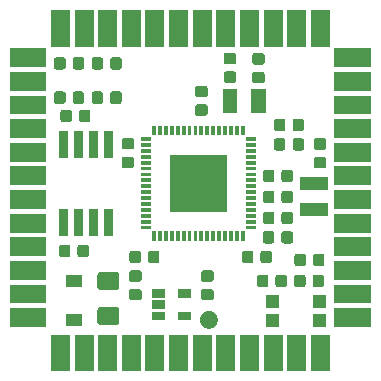
<source format=gbr>
G04 #@! TF.GenerationSoftware,KiCad,Pcbnew,(5.1.4-0-10_14)*
G04 #@! TF.CreationDate,2019-11-16T13:32:52-06:00*
G04 #@! TF.ProjectId,CircuitBrains Deluxe v1_0,43697263-7569-4744-9272-61696e732044,rev?*
G04 #@! TF.SameCoordinates,Original*
G04 #@! TF.FileFunction,Soldermask,Top*
G04 #@! TF.FilePolarity,Negative*
%FSLAX46Y46*%
G04 Gerber Fmt 4.6, Leading zero omitted, Abs format (unit mm)*
G04 Created by KiCad (PCBNEW (5.1.4-0-10_14)) date 2019-11-16 13:32:52*
%MOMM*%
%LPD*%
G04 APERTURE LIST*
%ADD10C,0.100000*%
G04 APERTURE END LIST*
D10*
G36*
X111450800Y-116250800D02*
G01*
X109849200Y-116250800D01*
X109849200Y-113149200D01*
X111450800Y-113149200D01*
X111450800Y-116250800D01*
X111450800Y-116250800D01*
G37*
G36*
X109450800Y-116250800D02*
G01*
X107849200Y-116250800D01*
X107849200Y-113149200D01*
X109450800Y-113149200D01*
X109450800Y-116250800D01*
X109450800Y-116250800D01*
G37*
G36*
X107450800Y-116250800D02*
G01*
X105849200Y-116250800D01*
X105849200Y-113149200D01*
X107450800Y-113149200D01*
X107450800Y-116250800D01*
X107450800Y-116250800D01*
G37*
G36*
X105450800Y-116250800D02*
G01*
X103849200Y-116250800D01*
X103849200Y-113149200D01*
X105450800Y-113149200D01*
X105450800Y-116250800D01*
X105450800Y-116250800D01*
G37*
G36*
X103450800Y-116250800D02*
G01*
X101849200Y-116250800D01*
X101849200Y-113149200D01*
X103450800Y-113149200D01*
X103450800Y-116250800D01*
X103450800Y-116250800D01*
G37*
G36*
X101450800Y-116250800D02*
G01*
X99849200Y-116250800D01*
X99849200Y-113149200D01*
X101450800Y-113149200D01*
X101450800Y-116250800D01*
X101450800Y-116250800D01*
G37*
G36*
X99450800Y-116250800D02*
G01*
X97849200Y-116250800D01*
X97849200Y-113149200D01*
X99450800Y-113149200D01*
X99450800Y-116250800D01*
X99450800Y-116250800D01*
G37*
G36*
X97450800Y-116250800D02*
G01*
X95849200Y-116250800D01*
X95849200Y-113149200D01*
X97450800Y-113149200D01*
X97450800Y-116250800D01*
X97450800Y-116250800D01*
G37*
G36*
X95450800Y-116250800D02*
G01*
X93849200Y-116250800D01*
X93849200Y-113149200D01*
X95450800Y-113149200D01*
X95450800Y-116250800D01*
X95450800Y-116250800D01*
G37*
G36*
X93450800Y-116250800D02*
G01*
X91849200Y-116250800D01*
X91849200Y-113149200D01*
X93450800Y-113149200D01*
X93450800Y-116250800D01*
X93450800Y-116250800D01*
G37*
G36*
X91450800Y-116250800D02*
G01*
X89849200Y-116250800D01*
X89849200Y-113149200D01*
X91450800Y-113149200D01*
X91450800Y-116250800D01*
X91450800Y-116250800D01*
G37*
G36*
X89450800Y-116250800D02*
G01*
X87849200Y-116250800D01*
X87849200Y-113149200D01*
X89450800Y-113149200D01*
X89450800Y-116250800D01*
X89450800Y-116250800D01*
G37*
G36*
X101437767Y-111165822D02*
G01*
X101574258Y-111222359D01*
X101697097Y-111304437D01*
X101801563Y-111408903D01*
X101883641Y-111531742D01*
X101940178Y-111668233D01*
X101969000Y-111813131D01*
X101969000Y-111960869D01*
X101940178Y-112105767D01*
X101883641Y-112242258D01*
X101801563Y-112365097D01*
X101697097Y-112469563D01*
X101574258Y-112551641D01*
X101437767Y-112608178D01*
X101292869Y-112637000D01*
X101145131Y-112637000D01*
X101000233Y-112608178D01*
X100863742Y-112551641D01*
X100740903Y-112469563D01*
X100636437Y-112365097D01*
X100554359Y-112242258D01*
X100497822Y-112105767D01*
X100469000Y-111960869D01*
X100469000Y-111813131D01*
X100497822Y-111668233D01*
X100554359Y-111531742D01*
X100636437Y-111408903D01*
X100740903Y-111304437D01*
X100863742Y-111222359D01*
X101000233Y-111165822D01*
X101145131Y-111137000D01*
X101292869Y-111137000D01*
X101437767Y-111165822D01*
X101437767Y-111165822D01*
G37*
G36*
X114950800Y-112500800D02*
G01*
X111849200Y-112500800D01*
X111849200Y-110899200D01*
X114950800Y-110899200D01*
X114950800Y-112500800D01*
X114950800Y-112500800D01*
G37*
G36*
X87450800Y-112500800D02*
G01*
X84349200Y-112500800D01*
X84349200Y-110899200D01*
X87450800Y-110899200D01*
X87450800Y-112500800D01*
X87450800Y-112500800D01*
G37*
G36*
X107135800Y-112475800D02*
G01*
X106034200Y-112475800D01*
X106034200Y-111374200D01*
X107135800Y-111374200D01*
X107135800Y-112475800D01*
X107135800Y-112475800D01*
G37*
G36*
X111135800Y-112475800D02*
G01*
X110034200Y-112475800D01*
X110034200Y-111374200D01*
X111135800Y-111374200D01*
X111135800Y-112475800D01*
X111135800Y-112475800D01*
G37*
G36*
X90440800Y-112385800D02*
G01*
X89139200Y-112385800D01*
X89139200Y-111384200D01*
X90440800Y-111384200D01*
X90440800Y-112385800D01*
X90440800Y-112385800D01*
G37*
G36*
X93446561Y-110800956D02*
G01*
X93490612Y-110814319D01*
X93531204Y-110836016D01*
X93566784Y-110865216D01*
X93595984Y-110900796D01*
X93617681Y-110941388D01*
X93631044Y-110985439D01*
X93635800Y-111033728D01*
X93635800Y-112085272D01*
X93631044Y-112133561D01*
X93617681Y-112177612D01*
X93595984Y-112218204D01*
X93566784Y-112253784D01*
X93531204Y-112282984D01*
X93490612Y-112304681D01*
X93446561Y-112318044D01*
X93398272Y-112322800D01*
X92021728Y-112322800D01*
X91973439Y-112318044D01*
X91929388Y-112304681D01*
X91888796Y-112282984D01*
X91853216Y-112253784D01*
X91824016Y-112218204D01*
X91802319Y-112177612D01*
X91788956Y-112133561D01*
X91784200Y-112085272D01*
X91784200Y-111033728D01*
X91788956Y-110985439D01*
X91802319Y-110941388D01*
X91824016Y-110900796D01*
X91853216Y-110865216D01*
X91888796Y-110836016D01*
X91929388Y-110814319D01*
X91973439Y-110800956D01*
X92021728Y-110796200D01*
X93398272Y-110796200D01*
X93446561Y-110800956D01*
X93446561Y-110800956D01*
G37*
G36*
X97524800Y-111942800D02*
G01*
X96363200Y-111942800D01*
X96363200Y-111191200D01*
X97524800Y-111191200D01*
X97524800Y-111942800D01*
X97524800Y-111942800D01*
G37*
G36*
X99724800Y-111942800D02*
G01*
X98563200Y-111942800D01*
X98563200Y-111191200D01*
X99724800Y-111191200D01*
X99724800Y-111942800D01*
X99724800Y-111942800D01*
G37*
G36*
X97524800Y-110992800D02*
G01*
X96363200Y-110992800D01*
X96363200Y-110241200D01*
X97524800Y-110241200D01*
X97524800Y-110992800D01*
X97524800Y-110992800D01*
G37*
G36*
X111135800Y-110875800D02*
G01*
X110034200Y-110875800D01*
X110034200Y-109774200D01*
X111135800Y-109774200D01*
X111135800Y-110875800D01*
X111135800Y-110875800D01*
G37*
G36*
X107135800Y-110875800D02*
G01*
X106034200Y-110875800D01*
X106034200Y-109774200D01*
X107135800Y-109774200D01*
X107135800Y-110875800D01*
X107135800Y-110875800D01*
G37*
G36*
X87450800Y-110500800D02*
G01*
X84349200Y-110500800D01*
X84349200Y-108899200D01*
X87450800Y-108899200D01*
X87450800Y-110500800D01*
X87450800Y-110500800D01*
G37*
G36*
X114950800Y-110500800D02*
G01*
X111849200Y-110500800D01*
X111849200Y-108899200D01*
X114950800Y-108899200D01*
X114950800Y-110500800D01*
X114950800Y-110500800D01*
G37*
G36*
X101441561Y-109269646D02*
G01*
X101482574Y-109282088D01*
X101520380Y-109302295D01*
X101553513Y-109329487D01*
X101580705Y-109362620D01*
X101600912Y-109400426D01*
X101613354Y-109441439D01*
X101617800Y-109486582D01*
X101617800Y-110020418D01*
X101613354Y-110065561D01*
X101600912Y-110106574D01*
X101580705Y-110144380D01*
X101553513Y-110177513D01*
X101520380Y-110204705D01*
X101482574Y-110224912D01*
X101441561Y-110237354D01*
X101396418Y-110241800D01*
X100787582Y-110241800D01*
X100742439Y-110237354D01*
X100701426Y-110224912D01*
X100663620Y-110204705D01*
X100630487Y-110177513D01*
X100603295Y-110144380D01*
X100583088Y-110106574D01*
X100570646Y-110065561D01*
X100566200Y-110020418D01*
X100566200Y-109486582D01*
X100570646Y-109441439D01*
X100583088Y-109400426D01*
X100603295Y-109362620D01*
X100630487Y-109329487D01*
X100663620Y-109302295D01*
X100701426Y-109282088D01*
X100742439Y-109269646D01*
X100787582Y-109265200D01*
X101396418Y-109265200D01*
X101441561Y-109269646D01*
X101441561Y-109269646D01*
G37*
G36*
X95345561Y-109269646D02*
G01*
X95386574Y-109282088D01*
X95424380Y-109302295D01*
X95457513Y-109329487D01*
X95484705Y-109362620D01*
X95504912Y-109400426D01*
X95517354Y-109441439D01*
X95521800Y-109486582D01*
X95521800Y-110020418D01*
X95517354Y-110065561D01*
X95504912Y-110106574D01*
X95484705Y-110144380D01*
X95457513Y-110177513D01*
X95424380Y-110204705D01*
X95386574Y-110224912D01*
X95345561Y-110237354D01*
X95300418Y-110241800D01*
X94691582Y-110241800D01*
X94646439Y-110237354D01*
X94605426Y-110224912D01*
X94567620Y-110204705D01*
X94534487Y-110177513D01*
X94507295Y-110144380D01*
X94487088Y-110106574D01*
X94474646Y-110065561D01*
X94470200Y-110020418D01*
X94470200Y-109486582D01*
X94474646Y-109441439D01*
X94487088Y-109400426D01*
X94507295Y-109362620D01*
X94534487Y-109329487D01*
X94567620Y-109302295D01*
X94605426Y-109282088D01*
X94646439Y-109269646D01*
X94691582Y-109265200D01*
X95300418Y-109265200D01*
X95345561Y-109269646D01*
X95345561Y-109269646D01*
G37*
G36*
X99724800Y-110042800D02*
G01*
X98563200Y-110042800D01*
X98563200Y-109291200D01*
X99724800Y-109291200D01*
X99724800Y-110042800D01*
X99724800Y-110042800D01*
G37*
G36*
X97524800Y-110042800D02*
G01*
X96363200Y-110042800D01*
X96363200Y-109291200D01*
X97524800Y-109291200D01*
X97524800Y-110042800D01*
X97524800Y-110042800D01*
G37*
G36*
X93446561Y-107825956D02*
G01*
X93490612Y-107839319D01*
X93531204Y-107861016D01*
X93566784Y-107890216D01*
X93595984Y-107925796D01*
X93617681Y-107966388D01*
X93631044Y-108010439D01*
X93635800Y-108058728D01*
X93635800Y-109110272D01*
X93631044Y-109158561D01*
X93617681Y-109202612D01*
X93595984Y-109243204D01*
X93566784Y-109278784D01*
X93531204Y-109307984D01*
X93490612Y-109329681D01*
X93446561Y-109343044D01*
X93398272Y-109347800D01*
X92021728Y-109347800D01*
X91973439Y-109343044D01*
X91929388Y-109329681D01*
X91888796Y-109307984D01*
X91853216Y-109278784D01*
X91824016Y-109243204D01*
X91802319Y-109202612D01*
X91788956Y-109158561D01*
X91784200Y-109110272D01*
X91784200Y-108058728D01*
X91788956Y-108010439D01*
X91802319Y-107966388D01*
X91824016Y-107925796D01*
X91853216Y-107890216D01*
X91888796Y-107861016D01*
X91929388Y-107839319D01*
X91973439Y-107825956D01*
X92021728Y-107821200D01*
X93398272Y-107821200D01*
X93446561Y-107825956D01*
X93446561Y-107825956D01*
G37*
G36*
X110801561Y-108063646D02*
G01*
X110842574Y-108076088D01*
X110880380Y-108096295D01*
X110913513Y-108123487D01*
X110940705Y-108156620D01*
X110960912Y-108194426D01*
X110973354Y-108235439D01*
X110977800Y-108280582D01*
X110977800Y-108889418D01*
X110973354Y-108934561D01*
X110960912Y-108975574D01*
X110940705Y-109013380D01*
X110913513Y-109046513D01*
X110880380Y-109073705D01*
X110842574Y-109093912D01*
X110801561Y-109106354D01*
X110756418Y-109110800D01*
X110222582Y-109110800D01*
X110177439Y-109106354D01*
X110136426Y-109093912D01*
X110098620Y-109073705D01*
X110065487Y-109046513D01*
X110038295Y-109013380D01*
X110018088Y-108975574D01*
X110005646Y-108934561D01*
X110001200Y-108889418D01*
X110001200Y-108280582D01*
X110005646Y-108235439D01*
X110018088Y-108194426D01*
X110038295Y-108156620D01*
X110065487Y-108123487D01*
X110098620Y-108096295D01*
X110136426Y-108076088D01*
X110177439Y-108063646D01*
X110222582Y-108059200D01*
X110756418Y-108059200D01*
X110801561Y-108063646D01*
X110801561Y-108063646D01*
G37*
G36*
X109226561Y-108063646D02*
G01*
X109267574Y-108076088D01*
X109305380Y-108096295D01*
X109338513Y-108123487D01*
X109365705Y-108156620D01*
X109385912Y-108194426D01*
X109398354Y-108235439D01*
X109402800Y-108280582D01*
X109402800Y-108889418D01*
X109398354Y-108934561D01*
X109385912Y-108975574D01*
X109365705Y-109013380D01*
X109338513Y-109046513D01*
X109305380Y-109073705D01*
X109267574Y-109093912D01*
X109226561Y-109106354D01*
X109181418Y-109110800D01*
X108647582Y-109110800D01*
X108602439Y-109106354D01*
X108561426Y-109093912D01*
X108523620Y-109073705D01*
X108490487Y-109046513D01*
X108463295Y-109013380D01*
X108443088Y-108975574D01*
X108430646Y-108934561D01*
X108426200Y-108889418D01*
X108426200Y-108280582D01*
X108430646Y-108235439D01*
X108443088Y-108194426D01*
X108463295Y-108156620D01*
X108490487Y-108123487D01*
X108523620Y-108096295D01*
X108561426Y-108076088D01*
X108602439Y-108063646D01*
X108647582Y-108059200D01*
X109181418Y-108059200D01*
X109226561Y-108063646D01*
X109226561Y-108063646D01*
G37*
G36*
X107652561Y-108063646D02*
G01*
X107693574Y-108076088D01*
X107731380Y-108096295D01*
X107764513Y-108123487D01*
X107791705Y-108156620D01*
X107811912Y-108194426D01*
X107824354Y-108235439D01*
X107828800Y-108280582D01*
X107828800Y-108889418D01*
X107824354Y-108934561D01*
X107811912Y-108975574D01*
X107791705Y-109013380D01*
X107764513Y-109046513D01*
X107731380Y-109073705D01*
X107693574Y-109093912D01*
X107652561Y-109106354D01*
X107607418Y-109110800D01*
X107073582Y-109110800D01*
X107028439Y-109106354D01*
X106987426Y-109093912D01*
X106949620Y-109073705D01*
X106916487Y-109046513D01*
X106889295Y-109013380D01*
X106869088Y-108975574D01*
X106856646Y-108934561D01*
X106852200Y-108889418D01*
X106852200Y-108280582D01*
X106856646Y-108235439D01*
X106869088Y-108194426D01*
X106889295Y-108156620D01*
X106916487Y-108123487D01*
X106949620Y-108096295D01*
X106987426Y-108076088D01*
X107028439Y-108063646D01*
X107073582Y-108059200D01*
X107607418Y-108059200D01*
X107652561Y-108063646D01*
X107652561Y-108063646D01*
G37*
G36*
X106077561Y-108063646D02*
G01*
X106118574Y-108076088D01*
X106156380Y-108096295D01*
X106189513Y-108123487D01*
X106216705Y-108156620D01*
X106236912Y-108194426D01*
X106249354Y-108235439D01*
X106253800Y-108280582D01*
X106253800Y-108889418D01*
X106249354Y-108934561D01*
X106236912Y-108975574D01*
X106216705Y-109013380D01*
X106189513Y-109046513D01*
X106156380Y-109073705D01*
X106118574Y-109093912D01*
X106077561Y-109106354D01*
X106032418Y-109110800D01*
X105498582Y-109110800D01*
X105453439Y-109106354D01*
X105412426Y-109093912D01*
X105374620Y-109073705D01*
X105341487Y-109046513D01*
X105314295Y-109013380D01*
X105294088Y-108975574D01*
X105281646Y-108934561D01*
X105277200Y-108889418D01*
X105277200Y-108280582D01*
X105281646Y-108235439D01*
X105294088Y-108194426D01*
X105314295Y-108156620D01*
X105341487Y-108123487D01*
X105374620Y-108096295D01*
X105412426Y-108076088D01*
X105453439Y-108063646D01*
X105498582Y-108059200D01*
X106032418Y-108059200D01*
X106077561Y-108063646D01*
X106077561Y-108063646D01*
G37*
G36*
X90440800Y-109085800D02*
G01*
X89139200Y-109085800D01*
X89139200Y-108084200D01*
X90440800Y-108084200D01*
X90440800Y-109085800D01*
X90440800Y-109085800D01*
G37*
G36*
X95345561Y-107694646D02*
G01*
X95386574Y-107707088D01*
X95424380Y-107727295D01*
X95457513Y-107754487D01*
X95484705Y-107787620D01*
X95504912Y-107825426D01*
X95517354Y-107866439D01*
X95521800Y-107911582D01*
X95521800Y-108445418D01*
X95517354Y-108490561D01*
X95504912Y-108531574D01*
X95484705Y-108569380D01*
X95457513Y-108602513D01*
X95424380Y-108629705D01*
X95386574Y-108649912D01*
X95345561Y-108662354D01*
X95300418Y-108666800D01*
X94691582Y-108666800D01*
X94646439Y-108662354D01*
X94605426Y-108649912D01*
X94567620Y-108629705D01*
X94534487Y-108602513D01*
X94507295Y-108569380D01*
X94487088Y-108531574D01*
X94474646Y-108490561D01*
X94470200Y-108445418D01*
X94470200Y-107911582D01*
X94474646Y-107866439D01*
X94487088Y-107825426D01*
X94507295Y-107787620D01*
X94534487Y-107754487D01*
X94567620Y-107727295D01*
X94605426Y-107707088D01*
X94646439Y-107694646D01*
X94691582Y-107690200D01*
X95300418Y-107690200D01*
X95345561Y-107694646D01*
X95345561Y-107694646D01*
G37*
G36*
X101441561Y-107694646D02*
G01*
X101482574Y-107707088D01*
X101520380Y-107727295D01*
X101553513Y-107754487D01*
X101580705Y-107787620D01*
X101600912Y-107825426D01*
X101613354Y-107866439D01*
X101617800Y-107911582D01*
X101617800Y-108445418D01*
X101613354Y-108490561D01*
X101600912Y-108531574D01*
X101580705Y-108569380D01*
X101553513Y-108602513D01*
X101520380Y-108629705D01*
X101482574Y-108649912D01*
X101441561Y-108662354D01*
X101396418Y-108666800D01*
X100787582Y-108666800D01*
X100742439Y-108662354D01*
X100701426Y-108649912D01*
X100663620Y-108629705D01*
X100630487Y-108602513D01*
X100603295Y-108569380D01*
X100583088Y-108531574D01*
X100570646Y-108490561D01*
X100566200Y-108445418D01*
X100566200Y-107911582D01*
X100570646Y-107866439D01*
X100583088Y-107825426D01*
X100603295Y-107787620D01*
X100630487Y-107754487D01*
X100663620Y-107727295D01*
X100701426Y-107707088D01*
X100742439Y-107694646D01*
X100787582Y-107690200D01*
X101396418Y-107690200D01*
X101441561Y-107694646D01*
X101441561Y-107694646D01*
G37*
G36*
X114950800Y-108500800D02*
G01*
X111849200Y-108500800D01*
X111849200Y-106899200D01*
X114950800Y-106899200D01*
X114950800Y-108500800D01*
X114950800Y-108500800D01*
G37*
G36*
X87450800Y-108500800D02*
G01*
X84349200Y-108500800D01*
X84349200Y-106899200D01*
X87450800Y-106899200D01*
X87450800Y-108500800D01*
X87450800Y-108500800D01*
G37*
G36*
X110827561Y-106285646D02*
G01*
X110868574Y-106298088D01*
X110906380Y-106318295D01*
X110939513Y-106345487D01*
X110966705Y-106378620D01*
X110986912Y-106416426D01*
X110999354Y-106457439D01*
X111003800Y-106502582D01*
X111003800Y-107111418D01*
X110999354Y-107156561D01*
X110986912Y-107197574D01*
X110966705Y-107235380D01*
X110939513Y-107268513D01*
X110906380Y-107295705D01*
X110868574Y-107315912D01*
X110827561Y-107328354D01*
X110782418Y-107332800D01*
X110248582Y-107332800D01*
X110203439Y-107328354D01*
X110162426Y-107315912D01*
X110124620Y-107295705D01*
X110091487Y-107268513D01*
X110064295Y-107235380D01*
X110044088Y-107197574D01*
X110031646Y-107156561D01*
X110027200Y-107111418D01*
X110027200Y-106502582D01*
X110031646Y-106457439D01*
X110044088Y-106416426D01*
X110064295Y-106378620D01*
X110091487Y-106345487D01*
X110124620Y-106318295D01*
X110162426Y-106298088D01*
X110203439Y-106285646D01*
X110248582Y-106281200D01*
X110782418Y-106281200D01*
X110827561Y-106285646D01*
X110827561Y-106285646D01*
G37*
G36*
X109252561Y-106285646D02*
G01*
X109293574Y-106298088D01*
X109331380Y-106318295D01*
X109364513Y-106345487D01*
X109391705Y-106378620D01*
X109411912Y-106416426D01*
X109424354Y-106457439D01*
X109428800Y-106502582D01*
X109428800Y-107111418D01*
X109424354Y-107156561D01*
X109411912Y-107197574D01*
X109391705Y-107235380D01*
X109364513Y-107268513D01*
X109331380Y-107295705D01*
X109293574Y-107315912D01*
X109252561Y-107328354D01*
X109207418Y-107332800D01*
X108673582Y-107332800D01*
X108628439Y-107328354D01*
X108587426Y-107315912D01*
X108549620Y-107295705D01*
X108516487Y-107268513D01*
X108489295Y-107235380D01*
X108469088Y-107197574D01*
X108456646Y-107156561D01*
X108452200Y-107111418D01*
X108452200Y-106502582D01*
X108456646Y-106457439D01*
X108469088Y-106416426D01*
X108489295Y-106378620D01*
X108516487Y-106345487D01*
X108549620Y-106318295D01*
X108587426Y-106298088D01*
X108628439Y-106285646D01*
X108673582Y-106281200D01*
X109207418Y-106281200D01*
X109252561Y-106285646D01*
X109252561Y-106285646D01*
G37*
G36*
X95282561Y-106031646D02*
G01*
X95323574Y-106044088D01*
X95361380Y-106064295D01*
X95394513Y-106091487D01*
X95421705Y-106124620D01*
X95441912Y-106162426D01*
X95454354Y-106203439D01*
X95458800Y-106248582D01*
X95458800Y-106857418D01*
X95454354Y-106902561D01*
X95441912Y-106943574D01*
X95421705Y-106981380D01*
X95394513Y-107014513D01*
X95361380Y-107041705D01*
X95323574Y-107061912D01*
X95282561Y-107074354D01*
X95237418Y-107078800D01*
X94703582Y-107078800D01*
X94658439Y-107074354D01*
X94617426Y-107061912D01*
X94579620Y-107041705D01*
X94546487Y-107014513D01*
X94519295Y-106981380D01*
X94499088Y-106943574D01*
X94486646Y-106902561D01*
X94482200Y-106857418D01*
X94482200Y-106248582D01*
X94486646Y-106203439D01*
X94499088Y-106162426D01*
X94519295Y-106124620D01*
X94546487Y-106091487D01*
X94579620Y-106064295D01*
X94617426Y-106044088D01*
X94658439Y-106031646D01*
X94703582Y-106027200D01*
X95237418Y-106027200D01*
X95282561Y-106031646D01*
X95282561Y-106031646D01*
G37*
G36*
X104807561Y-106031646D02*
G01*
X104848574Y-106044088D01*
X104886380Y-106064295D01*
X104919513Y-106091487D01*
X104946705Y-106124620D01*
X104966912Y-106162426D01*
X104979354Y-106203439D01*
X104983800Y-106248582D01*
X104983800Y-106857418D01*
X104979354Y-106902561D01*
X104966912Y-106943574D01*
X104946705Y-106981380D01*
X104919513Y-107014513D01*
X104886380Y-107041705D01*
X104848574Y-107061912D01*
X104807561Y-107074354D01*
X104762418Y-107078800D01*
X104228582Y-107078800D01*
X104183439Y-107074354D01*
X104142426Y-107061912D01*
X104104620Y-107041705D01*
X104071487Y-107014513D01*
X104044295Y-106981380D01*
X104024088Y-106943574D01*
X104011646Y-106902561D01*
X104007200Y-106857418D01*
X104007200Y-106248582D01*
X104011646Y-106203439D01*
X104024088Y-106162426D01*
X104044295Y-106124620D01*
X104071487Y-106091487D01*
X104104620Y-106064295D01*
X104142426Y-106044088D01*
X104183439Y-106031646D01*
X104228582Y-106027200D01*
X104762418Y-106027200D01*
X104807561Y-106031646D01*
X104807561Y-106031646D01*
G37*
G36*
X106382561Y-106031646D02*
G01*
X106423574Y-106044088D01*
X106461380Y-106064295D01*
X106494513Y-106091487D01*
X106521705Y-106124620D01*
X106541912Y-106162426D01*
X106554354Y-106203439D01*
X106558800Y-106248582D01*
X106558800Y-106857418D01*
X106554354Y-106902561D01*
X106541912Y-106943574D01*
X106521705Y-106981380D01*
X106494513Y-107014513D01*
X106461380Y-107041705D01*
X106423574Y-107061912D01*
X106382561Y-107074354D01*
X106337418Y-107078800D01*
X105803582Y-107078800D01*
X105758439Y-107074354D01*
X105717426Y-107061912D01*
X105679620Y-107041705D01*
X105646487Y-107014513D01*
X105619295Y-106981380D01*
X105599088Y-106943574D01*
X105586646Y-106902561D01*
X105582200Y-106857418D01*
X105582200Y-106248582D01*
X105586646Y-106203439D01*
X105599088Y-106162426D01*
X105619295Y-106124620D01*
X105646487Y-106091487D01*
X105679620Y-106064295D01*
X105717426Y-106044088D01*
X105758439Y-106031646D01*
X105803582Y-106027200D01*
X106337418Y-106027200D01*
X106382561Y-106031646D01*
X106382561Y-106031646D01*
G37*
G36*
X96857561Y-106031646D02*
G01*
X96898574Y-106044088D01*
X96936380Y-106064295D01*
X96969513Y-106091487D01*
X96996705Y-106124620D01*
X97016912Y-106162426D01*
X97029354Y-106203439D01*
X97033800Y-106248582D01*
X97033800Y-106857418D01*
X97029354Y-106902561D01*
X97016912Y-106943574D01*
X96996705Y-106981380D01*
X96969513Y-107014513D01*
X96936380Y-107041705D01*
X96898574Y-107061912D01*
X96857561Y-107074354D01*
X96812418Y-107078800D01*
X96278582Y-107078800D01*
X96233439Y-107074354D01*
X96192426Y-107061912D01*
X96154620Y-107041705D01*
X96121487Y-107014513D01*
X96094295Y-106981380D01*
X96074088Y-106943574D01*
X96061646Y-106902561D01*
X96057200Y-106857418D01*
X96057200Y-106248582D01*
X96061646Y-106203439D01*
X96074088Y-106162426D01*
X96094295Y-106124620D01*
X96121487Y-106091487D01*
X96154620Y-106064295D01*
X96192426Y-106044088D01*
X96233439Y-106031646D01*
X96278582Y-106027200D01*
X96812418Y-106027200D01*
X96857561Y-106031646D01*
X96857561Y-106031646D01*
G37*
G36*
X89313561Y-105523646D02*
G01*
X89354574Y-105536088D01*
X89392380Y-105556295D01*
X89425513Y-105583487D01*
X89452705Y-105616620D01*
X89472912Y-105654426D01*
X89485354Y-105695439D01*
X89489800Y-105740582D01*
X89489800Y-106349418D01*
X89485354Y-106394561D01*
X89472912Y-106435574D01*
X89452705Y-106473380D01*
X89425513Y-106506513D01*
X89392380Y-106533705D01*
X89354574Y-106553912D01*
X89313561Y-106566354D01*
X89268418Y-106570800D01*
X88734582Y-106570800D01*
X88689439Y-106566354D01*
X88648426Y-106553912D01*
X88610620Y-106533705D01*
X88577487Y-106506513D01*
X88550295Y-106473380D01*
X88530088Y-106435574D01*
X88517646Y-106394561D01*
X88513200Y-106349418D01*
X88513200Y-105740582D01*
X88517646Y-105695439D01*
X88530088Y-105654426D01*
X88550295Y-105616620D01*
X88577487Y-105583487D01*
X88610620Y-105556295D01*
X88648426Y-105536088D01*
X88689439Y-105523646D01*
X88734582Y-105519200D01*
X89268418Y-105519200D01*
X89313561Y-105523646D01*
X89313561Y-105523646D01*
G37*
G36*
X90888561Y-105523646D02*
G01*
X90929574Y-105536088D01*
X90967380Y-105556295D01*
X91000513Y-105583487D01*
X91027705Y-105616620D01*
X91047912Y-105654426D01*
X91060354Y-105695439D01*
X91064800Y-105740582D01*
X91064800Y-106349418D01*
X91060354Y-106394561D01*
X91047912Y-106435574D01*
X91027705Y-106473380D01*
X91000513Y-106506513D01*
X90967380Y-106533705D01*
X90929574Y-106553912D01*
X90888561Y-106566354D01*
X90843418Y-106570800D01*
X90309582Y-106570800D01*
X90264439Y-106566354D01*
X90223426Y-106553912D01*
X90185620Y-106533705D01*
X90152487Y-106506513D01*
X90125295Y-106473380D01*
X90105088Y-106435574D01*
X90092646Y-106394561D01*
X90088200Y-106349418D01*
X90088200Y-105740582D01*
X90092646Y-105695439D01*
X90105088Y-105654426D01*
X90125295Y-105616620D01*
X90152487Y-105583487D01*
X90185620Y-105556295D01*
X90223426Y-105536088D01*
X90264439Y-105523646D01*
X90309582Y-105519200D01*
X90843418Y-105519200D01*
X90888561Y-105523646D01*
X90888561Y-105523646D01*
G37*
G36*
X114950800Y-106500800D02*
G01*
X111849200Y-106500800D01*
X111849200Y-104899200D01*
X114950800Y-104899200D01*
X114950800Y-106500800D01*
X114950800Y-106500800D01*
G37*
G36*
X87450800Y-106500800D02*
G01*
X84349200Y-106500800D01*
X84349200Y-104899200D01*
X87450800Y-104899200D01*
X87450800Y-106500800D01*
X87450800Y-106500800D01*
G37*
G36*
X106585561Y-104380646D02*
G01*
X106626574Y-104393088D01*
X106664380Y-104413295D01*
X106697513Y-104440487D01*
X106724705Y-104473620D01*
X106744912Y-104511426D01*
X106757354Y-104552439D01*
X106761800Y-104597582D01*
X106761800Y-105206418D01*
X106757354Y-105251561D01*
X106744912Y-105292574D01*
X106724705Y-105330380D01*
X106697513Y-105363513D01*
X106664380Y-105390705D01*
X106626574Y-105410912D01*
X106585561Y-105423354D01*
X106540418Y-105427800D01*
X106006582Y-105427800D01*
X105961439Y-105423354D01*
X105920426Y-105410912D01*
X105882620Y-105390705D01*
X105849487Y-105363513D01*
X105822295Y-105330380D01*
X105802088Y-105292574D01*
X105789646Y-105251561D01*
X105785200Y-105206418D01*
X105785200Y-104597582D01*
X105789646Y-104552439D01*
X105802088Y-104511426D01*
X105822295Y-104473620D01*
X105849487Y-104440487D01*
X105882620Y-104413295D01*
X105920426Y-104393088D01*
X105961439Y-104380646D01*
X106006582Y-104376200D01*
X106540418Y-104376200D01*
X106585561Y-104380646D01*
X106585561Y-104380646D01*
G37*
G36*
X108160561Y-104380646D02*
G01*
X108201574Y-104393088D01*
X108239380Y-104413295D01*
X108272513Y-104440487D01*
X108299705Y-104473620D01*
X108319912Y-104511426D01*
X108332354Y-104552439D01*
X108336800Y-104597582D01*
X108336800Y-105206418D01*
X108332354Y-105251561D01*
X108319912Y-105292574D01*
X108299705Y-105330380D01*
X108272513Y-105363513D01*
X108239380Y-105390705D01*
X108201574Y-105410912D01*
X108160561Y-105423354D01*
X108115418Y-105427800D01*
X107581582Y-105427800D01*
X107536439Y-105423354D01*
X107495426Y-105410912D01*
X107457620Y-105390705D01*
X107424487Y-105363513D01*
X107397295Y-105330380D01*
X107377088Y-105292574D01*
X107364646Y-105251561D01*
X107360200Y-105206418D01*
X107360200Y-104597582D01*
X107364646Y-104552439D01*
X107377088Y-104511426D01*
X107397295Y-104473620D01*
X107424487Y-104440487D01*
X107457620Y-104413295D01*
X107495426Y-104393088D01*
X107536439Y-104380646D01*
X107581582Y-104376200D01*
X108115418Y-104376200D01*
X108160561Y-104380646D01*
X108160561Y-104380646D01*
G37*
G36*
X104239060Y-105177590D02*
G01*
X103919020Y-105177590D01*
X103919020Y-104377490D01*
X104239060Y-104377490D01*
X104239060Y-105177590D01*
X104239060Y-105177590D01*
G37*
G36*
X103738680Y-105177590D02*
G01*
X103418640Y-105177590D01*
X103418640Y-104377490D01*
X103738680Y-104377490D01*
X103738680Y-105177590D01*
X103738680Y-105177590D01*
G37*
G36*
X103238300Y-105177590D02*
G01*
X102918260Y-105177590D01*
X102918260Y-104377490D01*
X103238300Y-104377490D01*
X103238300Y-105177590D01*
X103238300Y-105177590D01*
G37*
G36*
X102737920Y-105177590D02*
G01*
X102417880Y-105177590D01*
X102417880Y-104377490D01*
X102737920Y-104377490D01*
X102737920Y-105177590D01*
X102737920Y-105177590D01*
G37*
G36*
X96740980Y-105177590D02*
G01*
X96420940Y-105177590D01*
X96420940Y-104377490D01*
X96740980Y-104377490D01*
X96740980Y-105177590D01*
X96740980Y-105177590D01*
G37*
G36*
X97241360Y-105177590D02*
G01*
X96921320Y-105177590D01*
X96921320Y-104377490D01*
X97241360Y-104377490D01*
X97241360Y-105177590D01*
X97241360Y-105177590D01*
G37*
G36*
X97741740Y-105177590D02*
G01*
X97421700Y-105177590D01*
X97421700Y-104377490D01*
X97741740Y-104377490D01*
X97741740Y-105177590D01*
X97741740Y-105177590D01*
G37*
G36*
X98242120Y-105177590D02*
G01*
X97922080Y-105177590D01*
X97922080Y-104377490D01*
X98242120Y-104377490D01*
X98242120Y-105177590D01*
X98242120Y-105177590D01*
G37*
G36*
X98742500Y-105177590D02*
G01*
X98422460Y-105177590D01*
X98422460Y-104377490D01*
X98742500Y-104377490D01*
X98742500Y-105177590D01*
X98742500Y-105177590D01*
G37*
G36*
X99240340Y-105177590D02*
G01*
X98920300Y-105177590D01*
X98920300Y-104377490D01*
X99240340Y-104377490D01*
X99240340Y-105177590D01*
X99240340Y-105177590D01*
G37*
G36*
X99740720Y-105177590D02*
G01*
X99420680Y-105177590D01*
X99420680Y-104377490D01*
X99740720Y-104377490D01*
X99740720Y-105177590D01*
X99740720Y-105177590D01*
G37*
G36*
X100241100Y-105177590D02*
G01*
X99921060Y-105177590D01*
X99921060Y-104377490D01*
X100241100Y-104377490D01*
X100241100Y-105177590D01*
X100241100Y-105177590D01*
G37*
G36*
X102237540Y-105177590D02*
G01*
X101917500Y-105177590D01*
X101917500Y-104377490D01*
X102237540Y-104377490D01*
X102237540Y-105177590D01*
X102237540Y-105177590D01*
G37*
G36*
X101739700Y-105177590D02*
G01*
X101419660Y-105177590D01*
X101419660Y-104377490D01*
X101739700Y-104377490D01*
X101739700Y-105177590D01*
X101739700Y-105177590D01*
G37*
G36*
X101239320Y-105177590D02*
G01*
X100919280Y-105177590D01*
X100919280Y-104377490D01*
X101239320Y-104377490D01*
X101239320Y-105177590D01*
X101239320Y-105177590D01*
G37*
G36*
X100738940Y-105177590D02*
G01*
X100418900Y-105177590D01*
X100418900Y-104377490D01*
X100738940Y-104377490D01*
X100738940Y-105177590D01*
X100738940Y-105177590D01*
G37*
G36*
X91790520Y-104795320D02*
G01*
X91089480Y-104795320D01*
X91089480Y-102494080D01*
X91790520Y-102494080D01*
X91790520Y-104795320D01*
X91790520Y-104795320D01*
G37*
G36*
X89250520Y-104795320D02*
G01*
X88549480Y-104795320D01*
X88549480Y-102494080D01*
X89250520Y-102494080D01*
X89250520Y-104795320D01*
X89250520Y-104795320D01*
G37*
G36*
X93060520Y-104795320D02*
G01*
X92359480Y-104795320D01*
X92359480Y-102494080D01*
X93060520Y-102494080D01*
X93060520Y-104795320D01*
X93060520Y-104795320D01*
G37*
G36*
X90520520Y-104795320D02*
G01*
X89819480Y-104795320D01*
X89819480Y-102494080D01*
X90520520Y-102494080D01*
X90520520Y-104795320D01*
X90520520Y-104795320D01*
G37*
G36*
X114950800Y-104500800D02*
G01*
X111849200Y-104500800D01*
X111849200Y-102899200D01*
X114950800Y-102899200D01*
X114950800Y-104500800D01*
X114950800Y-104500800D01*
G37*
G36*
X87450800Y-104500800D02*
G01*
X84349200Y-104500800D01*
X84349200Y-102899200D01*
X87450800Y-102899200D01*
X87450800Y-104500800D01*
X87450800Y-104500800D01*
G37*
G36*
X96282510Y-104239060D02*
G01*
X95482410Y-104239060D01*
X95482410Y-103919020D01*
X96282510Y-103919020D01*
X96282510Y-104239060D01*
X96282510Y-104239060D01*
G37*
G36*
X105177590Y-104239060D02*
G01*
X104377490Y-104239060D01*
X104377490Y-103919020D01*
X105177590Y-103919020D01*
X105177590Y-104239060D01*
X105177590Y-104239060D01*
G37*
G36*
X106585561Y-102729646D02*
G01*
X106626574Y-102742088D01*
X106664380Y-102762295D01*
X106697513Y-102789487D01*
X106724705Y-102822620D01*
X106744912Y-102860426D01*
X106757354Y-102901439D01*
X106761800Y-102946582D01*
X106761800Y-103555418D01*
X106757354Y-103600561D01*
X106744912Y-103641574D01*
X106724705Y-103679380D01*
X106697513Y-103712513D01*
X106664380Y-103739705D01*
X106626574Y-103759912D01*
X106585561Y-103772354D01*
X106540418Y-103776800D01*
X106006582Y-103776800D01*
X105961439Y-103772354D01*
X105920426Y-103759912D01*
X105882620Y-103739705D01*
X105849487Y-103712513D01*
X105822295Y-103679380D01*
X105802088Y-103641574D01*
X105789646Y-103600561D01*
X105785200Y-103555418D01*
X105785200Y-102946582D01*
X105789646Y-102901439D01*
X105802088Y-102860426D01*
X105822295Y-102822620D01*
X105849487Y-102789487D01*
X105882620Y-102762295D01*
X105920426Y-102742088D01*
X105961439Y-102729646D01*
X106006582Y-102725200D01*
X106540418Y-102725200D01*
X106585561Y-102729646D01*
X106585561Y-102729646D01*
G37*
G36*
X108160561Y-102729646D02*
G01*
X108201574Y-102742088D01*
X108239380Y-102762295D01*
X108272513Y-102789487D01*
X108299705Y-102822620D01*
X108319912Y-102860426D01*
X108332354Y-102901439D01*
X108336800Y-102946582D01*
X108336800Y-103555418D01*
X108332354Y-103600561D01*
X108319912Y-103641574D01*
X108299705Y-103679380D01*
X108272513Y-103712513D01*
X108239380Y-103739705D01*
X108201574Y-103759912D01*
X108160561Y-103772354D01*
X108115418Y-103776800D01*
X107581582Y-103776800D01*
X107536439Y-103772354D01*
X107495426Y-103759912D01*
X107457620Y-103739705D01*
X107424487Y-103712513D01*
X107397295Y-103679380D01*
X107377088Y-103641574D01*
X107364646Y-103600561D01*
X107360200Y-103555418D01*
X107360200Y-102946582D01*
X107364646Y-102901439D01*
X107377088Y-102860426D01*
X107397295Y-102822620D01*
X107424487Y-102789487D01*
X107457620Y-102762295D01*
X107495426Y-102742088D01*
X107536439Y-102729646D01*
X107581582Y-102725200D01*
X108115418Y-102725200D01*
X108160561Y-102729646D01*
X108160561Y-102729646D01*
G37*
G36*
X96282510Y-103738680D02*
G01*
X95482410Y-103738680D01*
X95482410Y-103418640D01*
X96282510Y-103418640D01*
X96282510Y-103738680D01*
X96282510Y-103738680D01*
G37*
G36*
X105177590Y-103738680D02*
G01*
X104377490Y-103738680D01*
X104377490Y-103418640D01*
X105177590Y-103418640D01*
X105177590Y-103738680D01*
X105177590Y-103738680D01*
G37*
G36*
X96282510Y-103238300D02*
G01*
X95482410Y-103238300D01*
X95482410Y-102918260D01*
X96282510Y-102918260D01*
X96282510Y-103238300D01*
X96282510Y-103238300D01*
G37*
G36*
X105177590Y-103238300D02*
G01*
X104377490Y-103238300D01*
X104377490Y-102918260D01*
X105177590Y-102918260D01*
X105177590Y-103238300D01*
X105177590Y-103238300D01*
G37*
G36*
X111259620Y-103139020D02*
G01*
X108958380Y-103139020D01*
X108958380Y-102021420D01*
X111259620Y-102021420D01*
X111259620Y-103139020D01*
X111259620Y-103139020D01*
G37*
G36*
X105177590Y-102737920D02*
G01*
X104377490Y-102737920D01*
X104377490Y-102417880D01*
X105177590Y-102417880D01*
X105177590Y-102737920D01*
X105177590Y-102737920D01*
G37*
G36*
X96282510Y-102737920D02*
G01*
X95482410Y-102737920D01*
X95482410Y-102417880D01*
X96282510Y-102417880D01*
X96282510Y-102737920D01*
X96282510Y-102737920D01*
G37*
G36*
X102730300Y-102730300D02*
G01*
X97929700Y-102730300D01*
X97929700Y-97929700D01*
X102730300Y-97929700D01*
X102730300Y-102730300D01*
X102730300Y-102730300D01*
G37*
G36*
X114950800Y-102500800D02*
G01*
X111849200Y-102500800D01*
X111849200Y-100899200D01*
X114950800Y-100899200D01*
X114950800Y-102500800D01*
X114950800Y-102500800D01*
G37*
G36*
X87450800Y-102500800D02*
G01*
X84349200Y-102500800D01*
X84349200Y-100899200D01*
X87450800Y-100899200D01*
X87450800Y-102500800D01*
X87450800Y-102500800D01*
G37*
G36*
X105177590Y-102237540D02*
G01*
X104377490Y-102237540D01*
X104377490Y-101917500D01*
X105177590Y-101917500D01*
X105177590Y-102237540D01*
X105177590Y-102237540D01*
G37*
G36*
X96282510Y-102237540D02*
G01*
X95482410Y-102237540D01*
X95482410Y-101917500D01*
X96282510Y-101917500D01*
X96282510Y-102237540D01*
X96282510Y-102237540D01*
G37*
G36*
X108160561Y-100951646D02*
G01*
X108201574Y-100964088D01*
X108239380Y-100984295D01*
X108272513Y-101011487D01*
X108299705Y-101044620D01*
X108319912Y-101082426D01*
X108332354Y-101123439D01*
X108336800Y-101168582D01*
X108336800Y-101777418D01*
X108332354Y-101822561D01*
X108319912Y-101863574D01*
X108299705Y-101901380D01*
X108272513Y-101934513D01*
X108239380Y-101961705D01*
X108201574Y-101981912D01*
X108160561Y-101994354D01*
X108115418Y-101998800D01*
X107581582Y-101998800D01*
X107536439Y-101994354D01*
X107495426Y-101981912D01*
X107457620Y-101961705D01*
X107424487Y-101934513D01*
X107397295Y-101901380D01*
X107377088Y-101863574D01*
X107364646Y-101822561D01*
X107360200Y-101777418D01*
X107360200Y-101168582D01*
X107364646Y-101123439D01*
X107377088Y-101082426D01*
X107397295Y-101044620D01*
X107424487Y-101011487D01*
X107457620Y-100984295D01*
X107495426Y-100964088D01*
X107536439Y-100951646D01*
X107581582Y-100947200D01*
X108115418Y-100947200D01*
X108160561Y-100951646D01*
X108160561Y-100951646D01*
G37*
G36*
X106585561Y-100951646D02*
G01*
X106626574Y-100964088D01*
X106664380Y-100984295D01*
X106697513Y-101011487D01*
X106724705Y-101044620D01*
X106744912Y-101082426D01*
X106757354Y-101123439D01*
X106761800Y-101168582D01*
X106761800Y-101777418D01*
X106757354Y-101822561D01*
X106744912Y-101863574D01*
X106724705Y-101901380D01*
X106697513Y-101934513D01*
X106664380Y-101961705D01*
X106626574Y-101981912D01*
X106585561Y-101994354D01*
X106540418Y-101998800D01*
X106006582Y-101998800D01*
X105961439Y-101994354D01*
X105920426Y-101981912D01*
X105882620Y-101961705D01*
X105849487Y-101934513D01*
X105822295Y-101901380D01*
X105802088Y-101863574D01*
X105789646Y-101822561D01*
X105785200Y-101777418D01*
X105785200Y-101168582D01*
X105789646Y-101123439D01*
X105802088Y-101082426D01*
X105822295Y-101044620D01*
X105849487Y-101011487D01*
X105882620Y-100984295D01*
X105920426Y-100964088D01*
X105961439Y-100951646D01*
X106006582Y-100947200D01*
X106540418Y-100947200D01*
X106585561Y-100951646D01*
X106585561Y-100951646D01*
G37*
G36*
X105177590Y-101739700D02*
G01*
X104377490Y-101739700D01*
X104377490Y-101419660D01*
X105177590Y-101419660D01*
X105177590Y-101739700D01*
X105177590Y-101739700D01*
G37*
G36*
X96282510Y-101739700D02*
G01*
X95482410Y-101739700D01*
X95482410Y-101419660D01*
X96282510Y-101419660D01*
X96282510Y-101739700D01*
X96282510Y-101739700D01*
G37*
G36*
X105177590Y-101239320D02*
G01*
X104377490Y-101239320D01*
X104377490Y-100919280D01*
X105177590Y-100919280D01*
X105177590Y-101239320D01*
X105177590Y-101239320D01*
G37*
G36*
X96282510Y-101239320D02*
G01*
X95482410Y-101239320D01*
X95482410Y-100919280D01*
X96282510Y-100919280D01*
X96282510Y-101239320D01*
X96282510Y-101239320D01*
G37*
G36*
X111259620Y-100888580D02*
G01*
X108958380Y-100888580D01*
X108958380Y-99770980D01*
X111259620Y-99770980D01*
X111259620Y-100888580D01*
X111259620Y-100888580D01*
G37*
G36*
X105177590Y-100738940D02*
G01*
X104377490Y-100738940D01*
X104377490Y-100418900D01*
X105177590Y-100418900D01*
X105177590Y-100738940D01*
X105177590Y-100738940D01*
G37*
G36*
X96282510Y-100738940D02*
G01*
X95482410Y-100738940D01*
X95482410Y-100418900D01*
X96282510Y-100418900D01*
X96282510Y-100738940D01*
X96282510Y-100738940D01*
G37*
G36*
X114950800Y-100500800D02*
G01*
X111849200Y-100500800D01*
X111849200Y-98899200D01*
X114950800Y-98899200D01*
X114950800Y-100500800D01*
X114950800Y-100500800D01*
G37*
G36*
X87450800Y-100500800D02*
G01*
X84349200Y-100500800D01*
X84349200Y-98899200D01*
X87450800Y-98899200D01*
X87450800Y-100500800D01*
X87450800Y-100500800D01*
G37*
G36*
X105177590Y-100241100D02*
G01*
X104377490Y-100241100D01*
X104377490Y-99921060D01*
X105177590Y-99921060D01*
X105177590Y-100241100D01*
X105177590Y-100241100D01*
G37*
G36*
X96282510Y-100241100D02*
G01*
X95482410Y-100241100D01*
X95482410Y-99921060D01*
X96282510Y-99921060D01*
X96282510Y-100241100D01*
X96282510Y-100241100D01*
G37*
G36*
X108160561Y-99173646D02*
G01*
X108201574Y-99186088D01*
X108239380Y-99206295D01*
X108272513Y-99233487D01*
X108299705Y-99266620D01*
X108319912Y-99304426D01*
X108332354Y-99345439D01*
X108336800Y-99390582D01*
X108336800Y-99999418D01*
X108332354Y-100044561D01*
X108319912Y-100085574D01*
X108299705Y-100123380D01*
X108272513Y-100156513D01*
X108239380Y-100183705D01*
X108201574Y-100203912D01*
X108160561Y-100216354D01*
X108115418Y-100220800D01*
X107581582Y-100220800D01*
X107536439Y-100216354D01*
X107495426Y-100203912D01*
X107457620Y-100183705D01*
X107424487Y-100156513D01*
X107397295Y-100123380D01*
X107377088Y-100085574D01*
X107364646Y-100044561D01*
X107360200Y-99999418D01*
X107360200Y-99390582D01*
X107364646Y-99345439D01*
X107377088Y-99304426D01*
X107397295Y-99266620D01*
X107424487Y-99233487D01*
X107457620Y-99206295D01*
X107495426Y-99186088D01*
X107536439Y-99173646D01*
X107581582Y-99169200D01*
X108115418Y-99169200D01*
X108160561Y-99173646D01*
X108160561Y-99173646D01*
G37*
G36*
X106585561Y-99173646D02*
G01*
X106626574Y-99186088D01*
X106664380Y-99206295D01*
X106697513Y-99233487D01*
X106724705Y-99266620D01*
X106744912Y-99304426D01*
X106757354Y-99345439D01*
X106761800Y-99390582D01*
X106761800Y-99999418D01*
X106757354Y-100044561D01*
X106744912Y-100085574D01*
X106724705Y-100123380D01*
X106697513Y-100156513D01*
X106664380Y-100183705D01*
X106626574Y-100203912D01*
X106585561Y-100216354D01*
X106540418Y-100220800D01*
X106006582Y-100220800D01*
X105961439Y-100216354D01*
X105920426Y-100203912D01*
X105882620Y-100183705D01*
X105849487Y-100156513D01*
X105822295Y-100123380D01*
X105802088Y-100085574D01*
X105789646Y-100044561D01*
X105785200Y-99999418D01*
X105785200Y-99390582D01*
X105789646Y-99345439D01*
X105802088Y-99304426D01*
X105822295Y-99266620D01*
X105849487Y-99233487D01*
X105882620Y-99206295D01*
X105920426Y-99186088D01*
X105961439Y-99173646D01*
X106006582Y-99169200D01*
X106540418Y-99169200D01*
X106585561Y-99173646D01*
X106585561Y-99173646D01*
G37*
G36*
X105177590Y-99740720D02*
G01*
X104377490Y-99740720D01*
X104377490Y-99420680D01*
X105177590Y-99420680D01*
X105177590Y-99740720D01*
X105177590Y-99740720D01*
G37*
G36*
X96282510Y-99740720D02*
G01*
X95482410Y-99740720D01*
X95482410Y-99420680D01*
X96282510Y-99420680D01*
X96282510Y-99740720D01*
X96282510Y-99740720D01*
G37*
G36*
X105177590Y-99240340D02*
G01*
X104377490Y-99240340D01*
X104377490Y-98920300D01*
X105177590Y-98920300D01*
X105177590Y-99240340D01*
X105177590Y-99240340D01*
G37*
G36*
X96282510Y-99240340D02*
G01*
X95482410Y-99240340D01*
X95482410Y-98920300D01*
X96282510Y-98920300D01*
X96282510Y-99240340D01*
X96282510Y-99240340D01*
G37*
G36*
X110966561Y-98093646D02*
G01*
X111007574Y-98106088D01*
X111045380Y-98126295D01*
X111078513Y-98153487D01*
X111105705Y-98186620D01*
X111125912Y-98224426D01*
X111138354Y-98265439D01*
X111142800Y-98310582D01*
X111142800Y-98844418D01*
X111138354Y-98889561D01*
X111125912Y-98930574D01*
X111105705Y-98968380D01*
X111078513Y-99001513D01*
X111045380Y-99028705D01*
X111007574Y-99048912D01*
X110966561Y-99061354D01*
X110921418Y-99065800D01*
X110312582Y-99065800D01*
X110267439Y-99061354D01*
X110226426Y-99048912D01*
X110188620Y-99028705D01*
X110155487Y-99001513D01*
X110128295Y-98968380D01*
X110108088Y-98930574D01*
X110095646Y-98889561D01*
X110091200Y-98844418D01*
X110091200Y-98310582D01*
X110095646Y-98265439D01*
X110108088Y-98224426D01*
X110128295Y-98186620D01*
X110155487Y-98153487D01*
X110188620Y-98126295D01*
X110226426Y-98106088D01*
X110267439Y-98093646D01*
X110312582Y-98089200D01*
X110921418Y-98089200D01*
X110966561Y-98093646D01*
X110966561Y-98093646D01*
G37*
G36*
X94710561Y-98068146D02*
G01*
X94751574Y-98080588D01*
X94789380Y-98100795D01*
X94822513Y-98127987D01*
X94849705Y-98161120D01*
X94869912Y-98198926D01*
X94882354Y-98239939D01*
X94886800Y-98285082D01*
X94886800Y-98818918D01*
X94882354Y-98864061D01*
X94869912Y-98905074D01*
X94849705Y-98942880D01*
X94822513Y-98976013D01*
X94789380Y-99003205D01*
X94751574Y-99023412D01*
X94710561Y-99035854D01*
X94665418Y-99040300D01*
X94056582Y-99040300D01*
X94011439Y-99035854D01*
X93970426Y-99023412D01*
X93932620Y-99003205D01*
X93899487Y-98976013D01*
X93872295Y-98942880D01*
X93852088Y-98905074D01*
X93839646Y-98864061D01*
X93835200Y-98818918D01*
X93835200Y-98285082D01*
X93839646Y-98239939D01*
X93852088Y-98198926D01*
X93872295Y-98161120D01*
X93899487Y-98127987D01*
X93932620Y-98100795D01*
X93970426Y-98080588D01*
X94011439Y-98068146D01*
X94056582Y-98063700D01*
X94665418Y-98063700D01*
X94710561Y-98068146D01*
X94710561Y-98068146D01*
G37*
G36*
X105177590Y-98742500D02*
G01*
X104377490Y-98742500D01*
X104377490Y-98422460D01*
X105177590Y-98422460D01*
X105177590Y-98742500D01*
X105177590Y-98742500D01*
G37*
G36*
X96282510Y-98742500D02*
G01*
X95482410Y-98742500D01*
X95482410Y-98422460D01*
X96282510Y-98422460D01*
X96282510Y-98742500D01*
X96282510Y-98742500D01*
G37*
G36*
X114950800Y-98500800D02*
G01*
X111849200Y-98500800D01*
X111849200Y-96899200D01*
X114950800Y-96899200D01*
X114950800Y-98500800D01*
X114950800Y-98500800D01*
G37*
G36*
X87450800Y-98500800D02*
G01*
X84349200Y-98500800D01*
X84349200Y-96899200D01*
X87450800Y-96899200D01*
X87450800Y-98500800D01*
X87450800Y-98500800D01*
G37*
G36*
X105177590Y-98242120D02*
G01*
X104377490Y-98242120D01*
X104377490Y-97922080D01*
X105177590Y-97922080D01*
X105177590Y-98242120D01*
X105177590Y-98242120D01*
G37*
G36*
X96282510Y-98242120D02*
G01*
X95482410Y-98242120D01*
X95482410Y-97922080D01*
X96282510Y-97922080D01*
X96282510Y-98242120D01*
X96282510Y-98242120D01*
G37*
G36*
X89250520Y-98165920D02*
G01*
X88549480Y-98165920D01*
X88549480Y-95864680D01*
X89250520Y-95864680D01*
X89250520Y-98165920D01*
X89250520Y-98165920D01*
G37*
G36*
X93060520Y-98165920D02*
G01*
X92359480Y-98165920D01*
X92359480Y-95864680D01*
X93060520Y-95864680D01*
X93060520Y-98165920D01*
X93060520Y-98165920D01*
G37*
G36*
X90520520Y-98165920D02*
G01*
X89819480Y-98165920D01*
X89819480Y-95864680D01*
X90520520Y-95864680D01*
X90520520Y-98165920D01*
X90520520Y-98165920D01*
G37*
G36*
X91790520Y-98165920D02*
G01*
X91089480Y-98165920D01*
X91089480Y-95864680D01*
X91790520Y-95864680D01*
X91790520Y-98165920D01*
X91790520Y-98165920D01*
G37*
G36*
X105177590Y-97741740D02*
G01*
X104377490Y-97741740D01*
X104377490Y-97421700D01*
X105177590Y-97421700D01*
X105177590Y-97741740D01*
X105177590Y-97741740D01*
G37*
G36*
X96282510Y-97741740D02*
G01*
X95482410Y-97741740D01*
X95482410Y-97421700D01*
X96282510Y-97421700D01*
X96282510Y-97741740D01*
X96282510Y-97741740D01*
G37*
G36*
X107524561Y-96506646D02*
G01*
X107565574Y-96519088D01*
X107603380Y-96539295D01*
X107636513Y-96566487D01*
X107663705Y-96599620D01*
X107683912Y-96637426D01*
X107696354Y-96678439D01*
X107700800Y-96723582D01*
X107700800Y-97332418D01*
X107696354Y-97377561D01*
X107683912Y-97418574D01*
X107663705Y-97456380D01*
X107636513Y-97489513D01*
X107603380Y-97516705D01*
X107565574Y-97536912D01*
X107524561Y-97549354D01*
X107479418Y-97553800D01*
X106945582Y-97553800D01*
X106900439Y-97549354D01*
X106859426Y-97536912D01*
X106821620Y-97516705D01*
X106788487Y-97489513D01*
X106761295Y-97456380D01*
X106741088Y-97418574D01*
X106728646Y-97377561D01*
X106724200Y-97332418D01*
X106724200Y-96723582D01*
X106728646Y-96678439D01*
X106741088Y-96637426D01*
X106761295Y-96599620D01*
X106788487Y-96566487D01*
X106821620Y-96539295D01*
X106859426Y-96519088D01*
X106900439Y-96506646D01*
X106945582Y-96502200D01*
X107479418Y-96502200D01*
X107524561Y-96506646D01*
X107524561Y-96506646D01*
G37*
G36*
X109099561Y-96506646D02*
G01*
X109140574Y-96519088D01*
X109178380Y-96539295D01*
X109211513Y-96566487D01*
X109238705Y-96599620D01*
X109258912Y-96637426D01*
X109271354Y-96678439D01*
X109275800Y-96723582D01*
X109275800Y-97332418D01*
X109271354Y-97377561D01*
X109258912Y-97418574D01*
X109238705Y-97456380D01*
X109211513Y-97489513D01*
X109178380Y-97516705D01*
X109140574Y-97536912D01*
X109099561Y-97549354D01*
X109054418Y-97553800D01*
X108520582Y-97553800D01*
X108475439Y-97549354D01*
X108434426Y-97536912D01*
X108396620Y-97516705D01*
X108363487Y-97489513D01*
X108336295Y-97456380D01*
X108316088Y-97418574D01*
X108303646Y-97377561D01*
X108299200Y-97332418D01*
X108299200Y-96723582D01*
X108303646Y-96678439D01*
X108316088Y-96637426D01*
X108336295Y-96599620D01*
X108363487Y-96566487D01*
X108396620Y-96539295D01*
X108434426Y-96519088D01*
X108475439Y-96506646D01*
X108520582Y-96502200D01*
X109054418Y-96502200D01*
X109099561Y-96506646D01*
X109099561Y-96506646D01*
G37*
G36*
X110966561Y-96518646D02*
G01*
X111007574Y-96531088D01*
X111045380Y-96551295D01*
X111078513Y-96578487D01*
X111105705Y-96611620D01*
X111125912Y-96649426D01*
X111138354Y-96690439D01*
X111142800Y-96735582D01*
X111142800Y-97269418D01*
X111138354Y-97314561D01*
X111125912Y-97355574D01*
X111105705Y-97393380D01*
X111078513Y-97426513D01*
X111045380Y-97453705D01*
X111007574Y-97473912D01*
X110966561Y-97486354D01*
X110921418Y-97490800D01*
X110312582Y-97490800D01*
X110267439Y-97486354D01*
X110226426Y-97473912D01*
X110188620Y-97453705D01*
X110155487Y-97426513D01*
X110128295Y-97393380D01*
X110108088Y-97355574D01*
X110095646Y-97314561D01*
X110091200Y-97269418D01*
X110091200Y-96735582D01*
X110095646Y-96690439D01*
X110108088Y-96649426D01*
X110128295Y-96611620D01*
X110155487Y-96578487D01*
X110188620Y-96551295D01*
X110226426Y-96531088D01*
X110267439Y-96518646D01*
X110312582Y-96514200D01*
X110921418Y-96514200D01*
X110966561Y-96518646D01*
X110966561Y-96518646D01*
G37*
G36*
X94710561Y-96493146D02*
G01*
X94751574Y-96505588D01*
X94789380Y-96525795D01*
X94822513Y-96552987D01*
X94849705Y-96586120D01*
X94869912Y-96623926D01*
X94882354Y-96664939D01*
X94886800Y-96710082D01*
X94886800Y-97243918D01*
X94882354Y-97289061D01*
X94869912Y-97330074D01*
X94849705Y-97367880D01*
X94822513Y-97401013D01*
X94789380Y-97428205D01*
X94751574Y-97448412D01*
X94710561Y-97460854D01*
X94665418Y-97465300D01*
X94056582Y-97465300D01*
X94011439Y-97460854D01*
X93970426Y-97448412D01*
X93932620Y-97428205D01*
X93899487Y-97401013D01*
X93872295Y-97367880D01*
X93852088Y-97330074D01*
X93839646Y-97289061D01*
X93835200Y-97243918D01*
X93835200Y-96710082D01*
X93839646Y-96664939D01*
X93852088Y-96623926D01*
X93872295Y-96586120D01*
X93899487Y-96552987D01*
X93932620Y-96525795D01*
X93970426Y-96505588D01*
X94011439Y-96493146D01*
X94056582Y-96488700D01*
X94665418Y-96488700D01*
X94710561Y-96493146D01*
X94710561Y-96493146D01*
G37*
G36*
X105177590Y-97241360D02*
G01*
X104377490Y-97241360D01*
X104377490Y-96921320D01*
X105177590Y-96921320D01*
X105177590Y-97241360D01*
X105177590Y-97241360D01*
G37*
G36*
X96282510Y-97241360D02*
G01*
X95482410Y-97241360D01*
X95482410Y-96921320D01*
X96282510Y-96921320D01*
X96282510Y-97241360D01*
X96282510Y-97241360D01*
G37*
G36*
X105177590Y-96740980D02*
G01*
X104377490Y-96740980D01*
X104377490Y-96420940D01*
X105177590Y-96420940D01*
X105177590Y-96740980D01*
X105177590Y-96740980D01*
G37*
G36*
X96282510Y-96740980D02*
G01*
X95482410Y-96740980D01*
X95482410Y-96420940D01*
X96282510Y-96420940D01*
X96282510Y-96740980D01*
X96282510Y-96740980D01*
G37*
G36*
X114950800Y-96500800D02*
G01*
X111849200Y-96500800D01*
X111849200Y-94899200D01*
X114950800Y-94899200D01*
X114950800Y-96500800D01*
X114950800Y-96500800D01*
G37*
G36*
X87450800Y-96500800D02*
G01*
X84349200Y-96500800D01*
X84349200Y-94899200D01*
X87450800Y-94899200D01*
X87450800Y-96500800D01*
X87450800Y-96500800D01*
G37*
G36*
X100738940Y-96282510D02*
G01*
X100418900Y-96282510D01*
X100418900Y-95482410D01*
X100738940Y-95482410D01*
X100738940Y-96282510D01*
X100738940Y-96282510D01*
G37*
G36*
X100241100Y-96282510D02*
G01*
X99921060Y-96282510D01*
X99921060Y-95482410D01*
X100241100Y-95482410D01*
X100241100Y-96282510D01*
X100241100Y-96282510D01*
G37*
G36*
X101239320Y-96282510D02*
G01*
X100919280Y-96282510D01*
X100919280Y-95482410D01*
X101239320Y-95482410D01*
X101239320Y-96282510D01*
X101239320Y-96282510D01*
G37*
G36*
X99240340Y-96282510D02*
G01*
X98920300Y-96282510D01*
X98920300Y-95482410D01*
X99240340Y-95482410D01*
X99240340Y-96282510D01*
X99240340Y-96282510D01*
G37*
G36*
X98742500Y-96282510D02*
G01*
X98422460Y-96282510D01*
X98422460Y-95482410D01*
X98742500Y-95482410D01*
X98742500Y-96282510D01*
X98742500Y-96282510D01*
G37*
G36*
X98242120Y-96282510D02*
G01*
X97922080Y-96282510D01*
X97922080Y-95482410D01*
X98242120Y-95482410D01*
X98242120Y-96282510D01*
X98242120Y-96282510D01*
G37*
G36*
X97741740Y-96282510D02*
G01*
X97421700Y-96282510D01*
X97421700Y-95482410D01*
X97741740Y-95482410D01*
X97741740Y-96282510D01*
X97741740Y-96282510D01*
G37*
G36*
X97241360Y-96282510D02*
G01*
X96921320Y-96282510D01*
X96921320Y-95482410D01*
X97241360Y-95482410D01*
X97241360Y-96282510D01*
X97241360Y-96282510D01*
G37*
G36*
X96740980Y-96282510D02*
G01*
X96420940Y-96282510D01*
X96420940Y-95482410D01*
X96740980Y-95482410D01*
X96740980Y-96282510D01*
X96740980Y-96282510D01*
G37*
G36*
X101739700Y-96282510D02*
G01*
X101419660Y-96282510D01*
X101419660Y-95482410D01*
X101739700Y-95482410D01*
X101739700Y-96282510D01*
X101739700Y-96282510D01*
G37*
G36*
X102237540Y-96282510D02*
G01*
X101917500Y-96282510D01*
X101917500Y-95482410D01*
X102237540Y-95482410D01*
X102237540Y-96282510D01*
X102237540Y-96282510D01*
G37*
G36*
X102737920Y-96282510D02*
G01*
X102417880Y-96282510D01*
X102417880Y-95482410D01*
X102737920Y-95482410D01*
X102737920Y-96282510D01*
X102737920Y-96282510D01*
G37*
G36*
X103238300Y-96282510D02*
G01*
X102918260Y-96282510D01*
X102918260Y-95482410D01*
X103238300Y-95482410D01*
X103238300Y-96282510D01*
X103238300Y-96282510D01*
G37*
G36*
X103738680Y-96282510D02*
G01*
X103418640Y-96282510D01*
X103418640Y-95482410D01*
X103738680Y-95482410D01*
X103738680Y-96282510D01*
X103738680Y-96282510D01*
G37*
G36*
X104239060Y-96282510D02*
G01*
X103919020Y-96282510D01*
X103919020Y-95482410D01*
X104239060Y-95482410D01*
X104239060Y-96282510D01*
X104239060Y-96282510D01*
G37*
G36*
X99740720Y-96282510D02*
G01*
X99420680Y-96282510D01*
X99420680Y-95482410D01*
X99740720Y-95482410D01*
X99740720Y-96282510D01*
X99740720Y-96282510D01*
G37*
G36*
X107524561Y-94855646D02*
G01*
X107565574Y-94868088D01*
X107603380Y-94888295D01*
X107636513Y-94915487D01*
X107663705Y-94948620D01*
X107683912Y-94986426D01*
X107696354Y-95027439D01*
X107700800Y-95072582D01*
X107700800Y-95681418D01*
X107696354Y-95726561D01*
X107683912Y-95767574D01*
X107663705Y-95805380D01*
X107636513Y-95838513D01*
X107603380Y-95865705D01*
X107565574Y-95885912D01*
X107524561Y-95898354D01*
X107479418Y-95902800D01*
X106945582Y-95902800D01*
X106900439Y-95898354D01*
X106859426Y-95885912D01*
X106821620Y-95865705D01*
X106788487Y-95838513D01*
X106761295Y-95805380D01*
X106741088Y-95767574D01*
X106728646Y-95726561D01*
X106724200Y-95681418D01*
X106724200Y-95072582D01*
X106728646Y-95027439D01*
X106741088Y-94986426D01*
X106761295Y-94948620D01*
X106788487Y-94915487D01*
X106821620Y-94888295D01*
X106859426Y-94868088D01*
X106900439Y-94855646D01*
X106945582Y-94851200D01*
X107479418Y-94851200D01*
X107524561Y-94855646D01*
X107524561Y-94855646D01*
G37*
G36*
X109099561Y-94855646D02*
G01*
X109140574Y-94868088D01*
X109178380Y-94888295D01*
X109211513Y-94915487D01*
X109238705Y-94948620D01*
X109258912Y-94986426D01*
X109271354Y-95027439D01*
X109275800Y-95072582D01*
X109275800Y-95681418D01*
X109271354Y-95726561D01*
X109258912Y-95767574D01*
X109238705Y-95805380D01*
X109211513Y-95838513D01*
X109178380Y-95865705D01*
X109140574Y-95885912D01*
X109099561Y-95898354D01*
X109054418Y-95902800D01*
X108520582Y-95902800D01*
X108475439Y-95898354D01*
X108434426Y-95885912D01*
X108396620Y-95865705D01*
X108363487Y-95838513D01*
X108336295Y-95805380D01*
X108316088Y-95767574D01*
X108303646Y-95726561D01*
X108299200Y-95681418D01*
X108299200Y-95072582D01*
X108303646Y-95027439D01*
X108316088Y-94986426D01*
X108336295Y-94948620D01*
X108363487Y-94915487D01*
X108396620Y-94888295D01*
X108434426Y-94868088D01*
X108475439Y-94855646D01*
X108520582Y-94851200D01*
X109054418Y-94851200D01*
X109099561Y-94855646D01*
X109099561Y-94855646D01*
G37*
G36*
X91015561Y-94093646D02*
G01*
X91056574Y-94106088D01*
X91094380Y-94126295D01*
X91127513Y-94153487D01*
X91154705Y-94186620D01*
X91174912Y-94224426D01*
X91187354Y-94265439D01*
X91191800Y-94310582D01*
X91191800Y-94919418D01*
X91187354Y-94964561D01*
X91174912Y-95005574D01*
X91154705Y-95043380D01*
X91127513Y-95076513D01*
X91094380Y-95103705D01*
X91056574Y-95123912D01*
X91015561Y-95136354D01*
X90970418Y-95140800D01*
X90436582Y-95140800D01*
X90391439Y-95136354D01*
X90350426Y-95123912D01*
X90312620Y-95103705D01*
X90279487Y-95076513D01*
X90252295Y-95043380D01*
X90232088Y-95005574D01*
X90219646Y-94964561D01*
X90215200Y-94919418D01*
X90215200Y-94310582D01*
X90219646Y-94265439D01*
X90232088Y-94224426D01*
X90252295Y-94186620D01*
X90279487Y-94153487D01*
X90312620Y-94126295D01*
X90350426Y-94106088D01*
X90391439Y-94093646D01*
X90436582Y-94089200D01*
X90970418Y-94089200D01*
X91015561Y-94093646D01*
X91015561Y-94093646D01*
G37*
G36*
X89440561Y-94093646D02*
G01*
X89481574Y-94106088D01*
X89519380Y-94126295D01*
X89552513Y-94153487D01*
X89579705Y-94186620D01*
X89599912Y-94224426D01*
X89612354Y-94265439D01*
X89616800Y-94310582D01*
X89616800Y-94919418D01*
X89612354Y-94964561D01*
X89599912Y-95005574D01*
X89579705Y-95043380D01*
X89552513Y-95076513D01*
X89519380Y-95103705D01*
X89481574Y-95123912D01*
X89440561Y-95136354D01*
X89395418Y-95140800D01*
X88861582Y-95140800D01*
X88816439Y-95136354D01*
X88775426Y-95123912D01*
X88737620Y-95103705D01*
X88704487Y-95076513D01*
X88677295Y-95043380D01*
X88657088Y-95005574D01*
X88644646Y-94964561D01*
X88640200Y-94919418D01*
X88640200Y-94310582D01*
X88644646Y-94265439D01*
X88657088Y-94224426D01*
X88677295Y-94186620D01*
X88704487Y-94153487D01*
X88737620Y-94126295D01*
X88775426Y-94106088D01*
X88816439Y-94093646D01*
X88861582Y-94089200D01*
X89395418Y-94089200D01*
X89440561Y-94093646D01*
X89440561Y-94093646D01*
G37*
G36*
X100933561Y-93648646D02*
G01*
X100974574Y-93661088D01*
X101012380Y-93681295D01*
X101045513Y-93708487D01*
X101072705Y-93741620D01*
X101092912Y-93779426D01*
X101105354Y-93820439D01*
X101109800Y-93865582D01*
X101109800Y-94399418D01*
X101105354Y-94444561D01*
X101092912Y-94485574D01*
X101072705Y-94523380D01*
X101045513Y-94556513D01*
X101012380Y-94583705D01*
X100974574Y-94603912D01*
X100933561Y-94616354D01*
X100888418Y-94620800D01*
X100279582Y-94620800D01*
X100234439Y-94616354D01*
X100193426Y-94603912D01*
X100155620Y-94583705D01*
X100122487Y-94556513D01*
X100095295Y-94523380D01*
X100075088Y-94485574D01*
X100062646Y-94444561D01*
X100058200Y-94399418D01*
X100058200Y-93865582D01*
X100062646Y-93820439D01*
X100075088Y-93779426D01*
X100095295Y-93741620D01*
X100122487Y-93708487D01*
X100155620Y-93681295D01*
X100193426Y-93661088D01*
X100234439Y-93648646D01*
X100279582Y-93644200D01*
X100888418Y-93644200D01*
X100933561Y-93648646D01*
X100933561Y-93648646D01*
G37*
G36*
X87450800Y-94500800D02*
G01*
X84349200Y-94500800D01*
X84349200Y-92899200D01*
X87450800Y-92899200D01*
X87450800Y-94500800D01*
X87450800Y-94500800D01*
G37*
G36*
X114950800Y-94500800D02*
G01*
X111849200Y-94500800D01*
X111849200Y-92899200D01*
X114950800Y-92899200D01*
X114950800Y-94500800D01*
X114950800Y-94500800D01*
G37*
G36*
X106010590Y-94345760D02*
G01*
X104809170Y-94345760D01*
X104809170Y-92344240D01*
X106010590Y-92344240D01*
X106010590Y-94345760D01*
X106010590Y-94345760D01*
G37*
G36*
X103612830Y-94345760D02*
G01*
X102411410Y-94345760D01*
X102411410Y-92344240D01*
X103612830Y-92344240D01*
X103612830Y-94345760D01*
X103612830Y-94345760D01*
G37*
G36*
X88907061Y-92553646D02*
G01*
X88948074Y-92566088D01*
X88985880Y-92586295D01*
X89019013Y-92613487D01*
X89046205Y-92646620D01*
X89066412Y-92684426D01*
X89078854Y-92725439D01*
X89083300Y-92770582D01*
X89083300Y-93379418D01*
X89078854Y-93424561D01*
X89066412Y-93465574D01*
X89046205Y-93503380D01*
X89019013Y-93536513D01*
X88985880Y-93563705D01*
X88948074Y-93583912D01*
X88907061Y-93596354D01*
X88861918Y-93600800D01*
X88328082Y-93600800D01*
X88282939Y-93596354D01*
X88241926Y-93583912D01*
X88204120Y-93563705D01*
X88170987Y-93536513D01*
X88143795Y-93503380D01*
X88123588Y-93465574D01*
X88111146Y-93424561D01*
X88106700Y-93379418D01*
X88106700Y-92770582D01*
X88111146Y-92725439D01*
X88123588Y-92684426D01*
X88143795Y-92646620D01*
X88170987Y-92613487D01*
X88204120Y-92586295D01*
X88241926Y-92566088D01*
X88282939Y-92553646D01*
X88328082Y-92549200D01*
X88861918Y-92549200D01*
X88907061Y-92553646D01*
X88907061Y-92553646D01*
G37*
G36*
X93657061Y-92553646D02*
G01*
X93698074Y-92566088D01*
X93735880Y-92586295D01*
X93769013Y-92613487D01*
X93796205Y-92646620D01*
X93816412Y-92684426D01*
X93828854Y-92725439D01*
X93833300Y-92770582D01*
X93833300Y-93379418D01*
X93828854Y-93424561D01*
X93816412Y-93465574D01*
X93796205Y-93503380D01*
X93769013Y-93536513D01*
X93735880Y-93563705D01*
X93698074Y-93583912D01*
X93657061Y-93596354D01*
X93611918Y-93600800D01*
X93078082Y-93600800D01*
X93032939Y-93596354D01*
X92991926Y-93583912D01*
X92954120Y-93563705D01*
X92920987Y-93536513D01*
X92893795Y-93503380D01*
X92873588Y-93465574D01*
X92861146Y-93424561D01*
X92856700Y-93379418D01*
X92856700Y-92770582D01*
X92861146Y-92725439D01*
X92873588Y-92684426D01*
X92893795Y-92646620D01*
X92920987Y-92613487D01*
X92954120Y-92586295D01*
X92991926Y-92566088D01*
X93032939Y-92553646D01*
X93078082Y-92549200D01*
X93611918Y-92549200D01*
X93657061Y-92553646D01*
X93657061Y-92553646D01*
G37*
G36*
X92082061Y-92553646D02*
G01*
X92123074Y-92566088D01*
X92160880Y-92586295D01*
X92194013Y-92613487D01*
X92221205Y-92646620D01*
X92241412Y-92684426D01*
X92253854Y-92725439D01*
X92258300Y-92770582D01*
X92258300Y-93379418D01*
X92253854Y-93424561D01*
X92241412Y-93465574D01*
X92221205Y-93503380D01*
X92194013Y-93536513D01*
X92160880Y-93563705D01*
X92123074Y-93583912D01*
X92082061Y-93596354D01*
X92036918Y-93600800D01*
X91503082Y-93600800D01*
X91457939Y-93596354D01*
X91416926Y-93583912D01*
X91379120Y-93563705D01*
X91345987Y-93536513D01*
X91318795Y-93503380D01*
X91298588Y-93465574D01*
X91286146Y-93424561D01*
X91281700Y-93379418D01*
X91281700Y-92770582D01*
X91286146Y-92725439D01*
X91298588Y-92684426D01*
X91318795Y-92646620D01*
X91345987Y-92613487D01*
X91379120Y-92586295D01*
X91416926Y-92566088D01*
X91457939Y-92553646D01*
X91503082Y-92549200D01*
X92036918Y-92549200D01*
X92082061Y-92553646D01*
X92082061Y-92553646D01*
G37*
G36*
X90482061Y-92553646D02*
G01*
X90523074Y-92566088D01*
X90560880Y-92586295D01*
X90594013Y-92613487D01*
X90621205Y-92646620D01*
X90641412Y-92684426D01*
X90653854Y-92725439D01*
X90658300Y-92770582D01*
X90658300Y-93379418D01*
X90653854Y-93424561D01*
X90641412Y-93465574D01*
X90621205Y-93503380D01*
X90594013Y-93536513D01*
X90560880Y-93563705D01*
X90523074Y-93583912D01*
X90482061Y-93596354D01*
X90436918Y-93600800D01*
X89903082Y-93600800D01*
X89857939Y-93596354D01*
X89816926Y-93583912D01*
X89779120Y-93563705D01*
X89745987Y-93536513D01*
X89718795Y-93503380D01*
X89698588Y-93465574D01*
X89686146Y-93424561D01*
X89681700Y-93379418D01*
X89681700Y-92770582D01*
X89686146Y-92725439D01*
X89698588Y-92684426D01*
X89718795Y-92646620D01*
X89745987Y-92613487D01*
X89779120Y-92586295D01*
X89816926Y-92566088D01*
X89857939Y-92553646D01*
X89903082Y-92549200D01*
X90436918Y-92549200D01*
X90482061Y-92553646D01*
X90482061Y-92553646D01*
G37*
G36*
X100933561Y-92073646D02*
G01*
X100974574Y-92086088D01*
X101012380Y-92106295D01*
X101045513Y-92133487D01*
X101072705Y-92166620D01*
X101092912Y-92204426D01*
X101105354Y-92245439D01*
X101109800Y-92290582D01*
X101109800Y-92824418D01*
X101105354Y-92869561D01*
X101092912Y-92910574D01*
X101072705Y-92948380D01*
X101045513Y-92981513D01*
X101012380Y-93008705D01*
X100974574Y-93028912D01*
X100933561Y-93041354D01*
X100888418Y-93045800D01*
X100279582Y-93045800D01*
X100234439Y-93041354D01*
X100193426Y-93028912D01*
X100155620Y-93008705D01*
X100122487Y-92981513D01*
X100095295Y-92948380D01*
X100075088Y-92910574D01*
X100062646Y-92869561D01*
X100058200Y-92824418D01*
X100058200Y-92290582D01*
X100062646Y-92245439D01*
X100075088Y-92204426D01*
X100095295Y-92166620D01*
X100122487Y-92133487D01*
X100155620Y-92106295D01*
X100193426Y-92086088D01*
X100234439Y-92073646D01*
X100279582Y-92069200D01*
X100888418Y-92069200D01*
X100933561Y-92073646D01*
X100933561Y-92073646D01*
G37*
G36*
X114950800Y-92500800D02*
G01*
X111849200Y-92500800D01*
X111849200Y-90899200D01*
X114950800Y-90899200D01*
X114950800Y-92500800D01*
X114950800Y-92500800D01*
G37*
G36*
X87450800Y-92500800D02*
G01*
X84349200Y-92500800D01*
X84349200Y-90899200D01*
X87450800Y-90899200D01*
X87450800Y-92500800D01*
X87450800Y-92500800D01*
G37*
G36*
X105759561Y-90880146D02*
G01*
X105800574Y-90892588D01*
X105838380Y-90912795D01*
X105871513Y-90939987D01*
X105898705Y-90973120D01*
X105918912Y-91010926D01*
X105931354Y-91051939D01*
X105935800Y-91097082D01*
X105935800Y-91630918D01*
X105931354Y-91676061D01*
X105918912Y-91717074D01*
X105898705Y-91754880D01*
X105871513Y-91788013D01*
X105838380Y-91815205D01*
X105800574Y-91835412D01*
X105759561Y-91847854D01*
X105714418Y-91852300D01*
X105105582Y-91852300D01*
X105060439Y-91847854D01*
X105019426Y-91835412D01*
X104981620Y-91815205D01*
X104948487Y-91788013D01*
X104921295Y-91754880D01*
X104901088Y-91717074D01*
X104888646Y-91676061D01*
X104884200Y-91630918D01*
X104884200Y-91097082D01*
X104888646Y-91051939D01*
X104901088Y-91010926D01*
X104921295Y-90973120D01*
X104948487Y-90939987D01*
X104981620Y-90912795D01*
X105019426Y-90892588D01*
X105060439Y-90880146D01*
X105105582Y-90875700D01*
X105714418Y-90875700D01*
X105759561Y-90880146D01*
X105759561Y-90880146D01*
G37*
G36*
X103346561Y-90854646D02*
G01*
X103387574Y-90867088D01*
X103425380Y-90887295D01*
X103458513Y-90914487D01*
X103485705Y-90947620D01*
X103505912Y-90985426D01*
X103518354Y-91026439D01*
X103522800Y-91071582D01*
X103522800Y-91605418D01*
X103518354Y-91650561D01*
X103505912Y-91691574D01*
X103485705Y-91729380D01*
X103458513Y-91762513D01*
X103425380Y-91789705D01*
X103387574Y-91809912D01*
X103346561Y-91822354D01*
X103301418Y-91826800D01*
X102692582Y-91826800D01*
X102647439Y-91822354D01*
X102606426Y-91809912D01*
X102568620Y-91789705D01*
X102535487Y-91762513D01*
X102508295Y-91729380D01*
X102488088Y-91691574D01*
X102475646Y-91650561D01*
X102471200Y-91605418D01*
X102471200Y-91071582D01*
X102475646Y-91026439D01*
X102488088Y-90985426D01*
X102508295Y-90947620D01*
X102535487Y-90914487D01*
X102568620Y-90887295D01*
X102606426Y-90867088D01*
X102647439Y-90854646D01*
X102692582Y-90850200D01*
X103301418Y-90850200D01*
X103346561Y-90854646D01*
X103346561Y-90854646D01*
G37*
G36*
X90482061Y-89648646D02*
G01*
X90523074Y-89661088D01*
X90560880Y-89681295D01*
X90594013Y-89708487D01*
X90621205Y-89741620D01*
X90641412Y-89779426D01*
X90653854Y-89820439D01*
X90658300Y-89865582D01*
X90658300Y-90474418D01*
X90653854Y-90519561D01*
X90641412Y-90560574D01*
X90621205Y-90598380D01*
X90594013Y-90631513D01*
X90560880Y-90658705D01*
X90523074Y-90678912D01*
X90482061Y-90691354D01*
X90436918Y-90695800D01*
X89903082Y-90695800D01*
X89857939Y-90691354D01*
X89816926Y-90678912D01*
X89779120Y-90658705D01*
X89745987Y-90631513D01*
X89718795Y-90598380D01*
X89698588Y-90560574D01*
X89686146Y-90519561D01*
X89681700Y-90474418D01*
X89681700Y-89865582D01*
X89686146Y-89820439D01*
X89698588Y-89779426D01*
X89718795Y-89741620D01*
X89745987Y-89708487D01*
X89779120Y-89681295D01*
X89816926Y-89661088D01*
X89857939Y-89648646D01*
X89903082Y-89644200D01*
X90436918Y-89644200D01*
X90482061Y-89648646D01*
X90482061Y-89648646D01*
G37*
G36*
X88907061Y-89648646D02*
G01*
X88948074Y-89661088D01*
X88985880Y-89681295D01*
X89019013Y-89708487D01*
X89046205Y-89741620D01*
X89066412Y-89779426D01*
X89078854Y-89820439D01*
X89083300Y-89865582D01*
X89083300Y-90474418D01*
X89078854Y-90519561D01*
X89066412Y-90560574D01*
X89046205Y-90598380D01*
X89019013Y-90631513D01*
X88985880Y-90658705D01*
X88948074Y-90678912D01*
X88907061Y-90691354D01*
X88861918Y-90695800D01*
X88328082Y-90695800D01*
X88282939Y-90691354D01*
X88241926Y-90678912D01*
X88204120Y-90658705D01*
X88170987Y-90631513D01*
X88143795Y-90598380D01*
X88123588Y-90560574D01*
X88111146Y-90519561D01*
X88106700Y-90474418D01*
X88106700Y-89865582D01*
X88111146Y-89820439D01*
X88123588Y-89779426D01*
X88143795Y-89741620D01*
X88170987Y-89708487D01*
X88204120Y-89681295D01*
X88241926Y-89661088D01*
X88282939Y-89648646D01*
X88328082Y-89644200D01*
X88861918Y-89644200D01*
X88907061Y-89648646D01*
X88907061Y-89648646D01*
G37*
G36*
X92082061Y-89648646D02*
G01*
X92123074Y-89661088D01*
X92160880Y-89681295D01*
X92194013Y-89708487D01*
X92221205Y-89741620D01*
X92241412Y-89779426D01*
X92253854Y-89820439D01*
X92258300Y-89865582D01*
X92258300Y-90474418D01*
X92253854Y-90519561D01*
X92241412Y-90560574D01*
X92221205Y-90598380D01*
X92194013Y-90631513D01*
X92160880Y-90658705D01*
X92123074Y-90678912D01*
X92082061Y-90691354D01*
X92036918Y-90695800D01*
X91503082Y-90695800D01*
X91457939Y-90691354D01*
X91416926Y-90678912D01*
X91379120Y-90658705D01*
X91345987Y-90631513D01*
X91318795Y-90598380D01*
X91298588Y-90560574D01*
X91286146Y-90519561D01*
X91281700Y-90474418D01*
X91281700Y-89865582D01*
X91286146Y-89820439D01*
X91298588Y-89779426D01*
X91318795Y-89741620D01*
X91345987Y-89708487D01*
X91379120Y-89681295D01*
X91416926Y-89661088D01*
X91457939Y-89648646D01*
X91503082Y-89644200D01*
X92036918Y-89644200D01*
X92082061Y-89648646D01*
X92082061Y-89648646D01*
G37*
G36*
X93657061Y-89648646D02*
G01*
X93698074Y-89661088D01*
X93735880Y-89681295D01*
X93769013Y-89708487D01*
X93796205Y-89741620D01*
X93816412Y-89779426D01*
X93828854Y-89820439D01*
X93833300Y-89865582D01*
X93833300Y-90474418D01*
X93828854Y-90519561D01*
X93816412Y-90560574D01*
X93796205Y-90598380D01*
X93769013Y-90631513D01*
X93735880Y-90658705D01*
X93698074Y-90678912D01*
X93657061Y-90691354D01*
X93611918Y-90695800D01*
X93078082Y-90695800D01*
X93032939Y-90691354D01*
X92991926Y-90678912D01*
X92954120Y-90658705D01*
X92920987Y-90631513D01*
X92893795Y-90598380D01*
X92873588Y-90560574D01*
X92861146Y-90519561D01*
X92856700Y-90474418D01*
X92856700Y-89865582D01*
X92861146Y-89820439D01*
X92873588Y-89779426D01*
X92893795Y-89741620D01*
X92920987Y-89708487D01*
X92954120Y-89681295D01*
X92991926Y-89661088D01*
X93032939Y-89648646D01*
X93078082Y-89644200D01*
X93611918Y-89644200D01*
X93657061Y-89648646D01*
X93657061Y-89648646D01*
G37*
G36*
X87450800Y-90500800D02*
G01*
X84349200Y-90500800D01*
X84349200Y-88899200D01*
X87450800Y-88899200D01*
X87450800Y-90500800D01*
X87450800Y-90500800D01*
G37*
G36*
X114950800Y-90500800D02*
G01*
X111849200Y-90500800D01*
X111849200Y-88899200D01*
X114950800Y-88899200D01*
X114950800Y-90500800D01*
X114950800Y-90500800D01*
G37*
G36*
X105759561Y-89305146D02*
G01*
X105800574Y-89317588D01*
X105838380Y-89337795D01*
X105871513Y-89364987D01*
X105898705Y-89398120D01*
X105918912Y-89435926D01*
X105931354Y-89476939D01*
X105935800Y-89522082D01*
X105935800Y-90055918D01*
X105931354Y-90101061D01*
X105918912Y-90142074D01*
X105898705Y-90179880D01*
X105871513Y-90213013D01*
X105838380Y-90240205D01*
X105800574Y-90260412D01*
X105759561Y-90272854D01*
X105714418Y-90277300D01*
X105105582Y-90277300D01*
X105060439Y-90272854D01*
X105019426Y-90260412D01*
X104981620Y-90240205D01*
X104948487Y-90213013D01*
X104921295Y-90179880D01*
X104901088Y-90142074D01*
X104888646Y-90101061D01*
X104884200Y-90055918D01*
X104884200Y-89522082D01*
X104888646Y-89476939D01*
X104901088Y-89435926D01*
X104921295Y-89398120D01*
X104948487Y-89364987D01*
X104981620Y-89337795D01*
X105019426Y-89317588D01*
X105060439Y-89305146D01*
X105105582Y-89300700D01*
X105714418Y-89300700D01*
X105759561Y-89305146D01*
X105759561Y-89305146D01*
G37*
G36*
X103346561Y-89279646D02*
G01*
X103387574Y-89292088D01*
X103425380Y-89312295D01*
X103458513Y-89339487D01*
X103485705Y-89372620D01*
X103505912Y-89410426D01*
X103518354Y-89451439D01*
X103522800Y-89496582D01*
X103522800Y-90030418D01*
X103518354Y-90075561D01*
X103505912Y-90116574D01*
X103485705Y-90154380D01*
X103458513Y-90187513D01*
X103425380Y-90214705D01*
X103387574Y-90234912D01*
X103346561Y-90247354D01*
X103301418Y-90251800D01*
X102692582Y-90251800D01*
X102647439Y-90247354D01*
X102606426Y-90234912D01*
X102568620Y-90214705D01*
X102535487Y-90187513D01*
X102508295Y-90154380D01*
X102488088Y-90116574D01*
X102475646Y-90075561D01*
X102471200Y-90030418D01*
X102471200Y-89496582D01*
X102475646Y-89451439D01*
X102488088Y-89410426D01*
X102508295Y-89372620D01*
X102535487Y-89339487D01*
X102568620Y-89312295D01*
X102606426Y-89292088D01*
X102647439Y-89279646D01*
X102692582Y-89275200D01*
X103301418Y-89275200D01*
X103346561Y-89279646D01*
X103346561Y-89279646D01*
G37*
G36*
X97450800Y-88750800D02*
G01*
X95849200Y-88750800D01*
X95849200Y-85649200D01*
X97450800Y-85649200D01*
X97450800Y-88750800D01*
X97450800Y-88750800D01*
G37*
G36*
X89450800Y-88750800D02*
G01*
X87849200Y-88750800D01*
X87849200Y-85649200D01*
X89450800Y-85649200D01*
X89450800Y-88750800D01*
X89450800Y-88750800D01*
G37*
G36*
X95450800Y-88750800D02*
G01*
X93849200Y-88750800D01*
X93849200Y-85649200D01*
X95450800Y-85649200D01*
X95450800Y-88750800D01*
X95450800Y-88750800D01*
G37*
G36*
X91450800Y-88750800D02*
G01*
X89849200Y-88750800D01*
X89849200Y-85649200D01*
X91450800Y-85649200D01*
X91450800Y-88750800D01*
X91450800Y-88750800D01*
G37*
G36*
X93450800Y-88750800D02*
G01*
X91849200Y-88750800D01*
X91849200Y-85649200D01*
X93450800Y-85649200D01*
X93450800Y-88750800D01*
X93450800Y-88750800D01*
G37*
G36*
X99450800Y-88750800D02*
G01*
X97849200Y-88750800D01*
X97849200Y-85649200D01*
X99450800Y-85649200D01*
X99450800Y-88750800D01*
X99450800Y-88750800D01*
G37*
G36*
X111450800Y-88750800D02*
G01*
X109849200Y-88750800D01*
X109849200Y-85649200D01*
X111450800Y-85649200D01*
X111450800Y-88750800D01*
X111450800Y-88750800D01*
G37*
G36*
X109450800Y-88750800D02*
G01*
X107849200Y-88750800D01*
X107849200Y-85649200D01*
X109450800Y-85649200D01*
X109450800Y-88750800D01*
X109450800Y-88750800D01*
G37*
G36*
X101450800Y-88750800D02*
G01*
X99849200Y-88750800D01*
X99849200Y-85649200D01*
X101450800Y-85649200D01*
X101450800Y-88750800D01*
X101450800Y-88750800D01*
G37*
G36*
X103450800Y-88750800D02*
G01*
X101849200Y-88750800D01*
X101849200Y-85649200D01*
X103450800Y-85649200D01*
X103450800Y-88750800D01*
X103450800Y-88750800D01*
G37*
G36*
X105450800Y-88750800D02*
G01*
X103849200Y-88750800D01*
X103849200Y-85649200D01*
X105450800Y-85649200D01*
X105450800Y-88750800D01*
X105450800Y-88750800D01*
G37*
G36*
X107450800Y-88750800D02*
G01*
X105849200Y-88750800D01*
X105849200Y-85649200D01*
X107450800Y-85649200D01*
X107450800Y-88750800D01*
X107450800Y-88750800D01*
G37*
M02*

</source>
